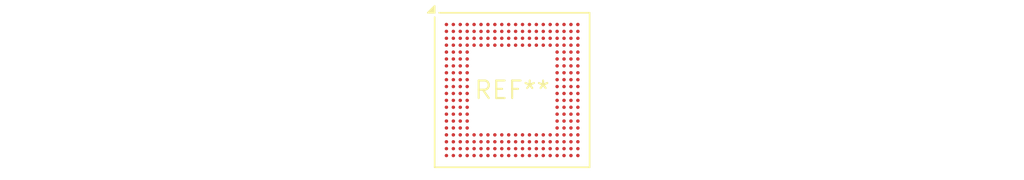
<source format=kicad_pcb>
(kicad_pcb (version 20240108) (generator pcbnew)
  (layers (0 "F.Cu" signal) (31 "B.Cu" signal) (34 "B.Paste" user) (35 "F.Paste" user) (36 "B.SilkS" user "B.Silkscreen") (37 "F.SilkS" user "F.Silkscreen") (38 "B.Mask" user) (39 "F.Mask" user) (44 "Edge.Cuts" user))
  (net 0 "")
  (footprint "BGA-256_11.0x11.0mm_Layout20x20_P0.5mm_Ball0.3mm_Pad0.25mm_NSMD" (layer "F.Cu") (at 0 0)
    (property "Reference" "REF**")
    (property "Value" "BGA-256_11.0x11.0mm_Layout20x20_P0.5mm_Ball0.3mm_Pad0.25mm_NSMD")
    (fp_line (start -5.6 -5.28) (end -5.6 5.6) (layer "F.SilkS") (stroke (width 0.12)))
    (fp_line (start -5.6 5.6) (end 5.6 5.6) (layer "F.SilkS") (stroke (width 0.12)))
    (fp_line (start 5.6 -5.6) (end -5.28 -5.6) (layer "F.SilkS") (stroke (width 0.12)))
    (fp_line (start 5.6 5.6) (end 5.6 -5.6) (layer "F.SilkS") (stroke (width 0.12)))
    (fp_poly (pts (xy -5.6 -5.6) (xy -6.1 -5.6) (xy -5.6 -6.1) (xy -5.6 -5.6)) (layer "F.SilkS") (stroke (width 0.12)) (fill solid))
    (pad "A1" smd circle (at -4.75 -4.75) (size 0.25 0.25) (property pad_prop_bga) (layers "F.Cu" "F.Paste" "F.Mask"))
    (pad "A2" smd circle (at -4.25 -4.75) (size 0.25 0.25) (property pad_prop_bga) (layers "F.Cu" "F.Paste" "F.Mask"))
    (pad "A3" smd circle (at -3.75 -4.75) (size 0.25 0.25) (property pad_prop_bga) (layers "F.Cu" "F.Paste" "F.Mask"))
    (pad "A4" smd circle (at -3.25 -4.75) (size 0.25 0.25) (property pad_prop_bga) (layers "F.Cu" "F.Paste" "F.Mask"))
    (pad "A5" smd circle (at -2.75 -4.75) (size 0.25 0.25) (property pad_prop_bga) (layers "F.Cu" "F.Paste" "F.Mask"))
    (pad "A6" smd circle (at -2.25 -4.75) (size 0.25 0.25) (property pad_prop_bga) (layers "F.Cu" "F.Paste" "F.Mask"))
    (pad "A7" smd circle (at -1.75 -4.75) (size 0.25 0.25) (property pad_prop_bga) (layers "F.Cu" "F.Paste" "F.Mask"))
    (pad "A8" smd circle (at -1.25 -4.75) (size 0.25 0.25) (property pad_prop_bga) (layers "F.Cu" "F.Paste" "F.Mask"))
    (pad "A9" smd circle (at -0.75 -4.75) (size 0.25 0.25) (property pad_prop_bga) (layers "F.Cu" "F.Paste" "F.Mask"))
    (pad "A10" smd circle (at -0.25 -4.75) (size 0.25 0.25) (property pad_prop_bga) (layers "F.Cu" "F.Paste" "F.Mask"))
    (pad "A11" smd circle (at 0.25 -4.75) (size 0.25 0.25) (property pad_prop_bga) (layers "F.Cu" "F.Paste" "F.Mask"))
    (pad "A12" smd circle (at 0.75 -4.75) (size 0.25 0.25) (property pad_prop_bga) (layers "F.Cu" "F.Paste" "F.Mask"))
    (pad "A13" smd circle (at 1.25 -4.75) (size 0.25 0.25) (property pad_prop_bga) (layers "F.Cu" "F.Paste" "F.Mask"))
    (pad "A14" smd circle (at 1.75 -4.75) (size 0.25 0.25) (property pad_prop_bga) (layers "F.Cu" "F.Paste" "F.Mask"))
    (pad "A15" smd circle (at 2.25 -4.75) (size 0.25 0.25) (property pad_prop_bga) (layers "F.Cu" "F.Paste" "F.Mask"))
    (pad "A16" smd circle (at 2.75 -4.75) (size 0.25 0.25) (property pad_prop_bga) (layers "F.Cu" "F.Paste" "F.Mask"))
    (pad "A17" smd circle (at 3.25 -4.75) (size 0.25 0.25) (property pad_prop_bga) (layers "F.Cu" "F.Paste" "F.Mask"))
    (pad "A18" smd circle (at 3.75 -4.75) (size 0.25 0.25) (property pad_prop_bga) (layers "F.Cu" "F.Paste" "F.Mask"))
    (pad "A19" smd circle (at 4.25 -4.75) (size 0.25 0.25) (property pad_prop_bga) (layers "F.Cu" "F.Paste" "F.Mask"))
    (pad "A20" smd circle (at 4.75 -4.75) (size 0.25 0.25) (property pad_prop_bga) (layers "F.Cu" "F.Paste" "F.Mask"))
    (pad "B1" smd circle (at -4.75 -4.25) (size 0.25 0.25) (property pad_prop_bga) (layers "F.Cu" "F.Paste" "F.Mask"))
    (pad "B2" smd circle (at -4.25 -4.25) (size 0.25 0.25) (property pad_prop_bga) (layers "F.Cu" "F.Paste" "F.Mask"))
    (pad "B3" smd circle (at -3.75 -4.25) (size 0.25 0.25) (property pad_prop_bga) (layers "F.Cu" "F.Paste" "F.Mask"))
    (pad "B4" smd circle (at -3.25 -4.25) (size 0.25 0.25) (property pad_prop_bga) (layers "F.Cu" "F.Paste" "F.Mask"))
    (pad "B5" smd circle (at -2.75 -4.25) (size 0.25 0.25) (property pad_prop_bga) (layers "F.Cu" "F.Paste" "F.Mask"))
    (pad "B6" smd circle (at -2.25 -4.25) (size 0.25 0.25) (property pad_prop_bga) (layers "F.Cu" "F.Paste" "F.Mask"))
    (pad "B7" smd circle (at -1.75 -4.25) (size 0.25 0.25) (property pad_prop_bga) (layers "F.Cu" "F.Paste" "F.Mask"))
    (pad "B8" smd circle (at -1.25 -4.25) (size 0.25 0.25) (property pad_prop_bga) (layers "F.Cu" "F.Paste" "F.Mask"))
    (pad "B9" smd circle (at -0.75 -4.25) (size 0.25 0.25) (property pad_prop_bga) (layers "F.Cu" "F.Paste" "F.Mask"))
    (pad "B10" smd circle (at -0.25 -4.25) (size 0.25 0.25) (property pad_prop_bga) (layers "F.Cu" "F.Paste" "F.Mask"))
    (pad "B11" smd circle (at 0.25 -4.25) (size 0.25 0.25) (property pad_prop_bga) (layers "F.Cu" "F.Paste" "F.Mask"))
    (pad "B12" smd circle (at 0.75 -4.25) (size 0.25 0.25) (property pad_prop_bga) (layers "F.Cu" "F.Paste" "F.Mask"))
    (pad "B13" smd circle (at 1.25 -4.25) (size 0.25 0.25) (property pad_prop_bga) (layers "F.Cu" "F.Paste" "F.Mask"))
    (pad "B14" smd circle (at 1.75 -4.25) (size 0.25 0.25) (property pad_prop_bga) (layers "F.Cu" "F.Paste" "F.Mask"))
    (pad "B15" smd circle (at 2.25 -4.25) (size 0.25 0.25) (property pad_prop_bga) (layers "F.Cu" "F.Paste" "F.Mask"))
    (pad "B16" smd circle (at 2.75 -4.25) (size 0.25 0.25) (property pad_prop_bga) (layers "F.Cu" "F.Paste" "F.Mask"))
    (pad "B17" smd circle (at 3.25 -4.25) (size 0.25 0.25) (property pad_prop_bga) (layers "F.Cu" "F.Paste" "F.Mask"))
    (pad "B18" smd circle (at 3.75 -4.25) (size 0.25 0.25) (property pad_prop_bga) (layers "F.Cu" "F.Paste" "F.Mask"))
    (pad "B19" smd circle (at 4.25 -4.25) (size 0.25 0.25) (property pad_prop_bga) (layers "F.Cu" "F.Paste" "F.Mask"))
    (pad "B20" smd circle (at 4.75 -4.25) (size 0.25 0.25) (property pad_prop_bga) (layers "F.Cu" "F.Paste" "F.Mask"))
    (pad "C1" smd circle (at -4.75 -3.75) (size 0.25 0.25) (property pad_prop_bga) (layers "F.Cu" "F.Paste" "F.Mask"))
    (pad "C2" smd circle (at -4.25 -3.75) (size 0.25 0.25) (property pad_prop_bga) (layers "F.Cu" "F.Paste" "F.Mask"))
    (pad "C3" smd circle (at -3.75 -3.75) (size 0.25 0.25) (property pad_prop_bga) (layers "F.Cu" "F.Paste" "F.Mask"))
    (pad "C4" smd circle (at -3.25 -3.75) (size 0.25 0.25) (property pad_prop_bga) (layers "F.Cu" "F.Paste" "F.Mask"))
    (pad "C5" smd circle (at -2.75 -3.75) (size 0.25 0.25) (property pad_prop_bga) (layers "F.Cu" "F.Paste" "F.Mask"))
    (pad "C6" smd circle (at -2.25 -3.75) (size 0.25 0.25) (property pad_prop_bga) (layers "F.Cu" "F.Paste" "F.Mask"))
    (pad "C7" smd circle (at -1.75 -3.75) (size 0.25 0.25) (property pad_prop_bga) (layers "F.Cu" "F.Paste" "F.Mask"))
    (pad "C8" smd circle (at -1.25 -3.75) (size 0.25 0.25) (property pad_prop_bga) (layers "F.Cu" "F.Paste" "F.Mask"))
    (pad "C9" smd circle (at -0.75 -3.75) (size 0.25 0.25) (property pad_prop_bga) (layers "F.Cu" "F.Paste" "F.Mask"))
    (pad "C10" smd circle (at -0.25 -3.75) (size 0.25 0.25) (property pad_prop_bga) (layers "F.Cu" "F.Paste" "F.Mask"))
    (pad "C11" smd circle (at 0.25 -3.75) (size 0.25 0.25) (property pad_prop_bga) (layers "F.Cu" "F.Paste" "F.Mask"))
    (pad "C12" smd circle (at 0.75 -3.75) (size 0.25 0.25) (property pad_prop_bga) (layers "F.Cu" "F.Paste" "F.Mask"))
    (pad "C13" smd circle (at 1.25 -3.75) (size 0.25 0.25) (property pad_prop_bga) (layers "F.Cu" "F.Paste" "F.Mask"))
    (pad "C14" smd circle (at 1.75 -3.75) (size 0.25 0.25) (property pad_prop_bga) (layers "F.Cu" "F.Paste" "F.Mask"))
    (pad "C15" smd circle (at 2.25 -3.75) (size 0.25 0.25) (property pad_prop_bga) (layers "F.Cu" "F.Paste" "F.Mask"))
    (pad "C16" smd circle (at 2.75 -3.75) (size 0.25 0.25) (property pad_prop_bga) (layers "F.Cu" "F.Paste" "F.Mask"))
    (pad "C17" smd circle (at 3.25 -3.75) (size 0.25 0.25) (property pad_prop_bga) (layers "F.Cu" "F.Paste" "F.Mask"))
    (pad "C18" smd circle (at 3.75 -3.75) (size 0.25 0.25) (property pad_prop_bga) (layers "F.Cu" "F.Paste" "F.Mask"))
    (pad "C19" smd circle (at 4.25 -3.75) (size 0.25 0.25) (property pad_prop_bga) (layers "F.Cu" "F.Paste" "F.Mask"))
    (pad "C20" smd circle (at 4.75 -3.75) (size 0.25 0.25) (property pad_prop_bga) (layers "F.Cu" "F.Paste" "F.Mask"))
    (pad "D1" smd circle (at -4.75 -3.25) (size 0.25 0.25) (property pad_prop_bga) (layers "F.Cu" "F.Paste" "F.Mask"))
    (pad "D2" smd circle (at -4.25 -3.25) (size 0.25 0.25) (property pad_prop_bga) (layers "F.Cu" "F.Paste" "F.Mask"))
    (pad "D3" smd circle (at -3.75 -3.25) (size 0.25 0.25) (property pad_prop_bga) (layers "F.Cu" "F.Paste" "F.Mask"))
    (pad "D4" smd circle (at -3.25 -3.25) (size 0.25 0.25) (property pad_prop_bga) (layers "F.Cu" "F.Paste" "F.Mask"))
    (pad "D5" smd circle (at -2.75 -3.25) (size 0.25 0.25) (property pad_prop_bga) (layers "F.Cu" "F.Paste" "F.Mask"))
    (pad "D6" smd circle (at -2.25 -3.25) (size 0.25 0.25) (property pad_prop_bga) (layers "F.Cu" "F.Paste" "F.Mask"))
    (pad "D7" smd circle (at -1.75 -3.25) (size 0.25 0.25) (property pad_prop_bga) (layers "F.Cu" "F.Paste" "F.Mask"))
    (pad "D8" smd circle (at -1.25 -3.25) (size 0.25 0.25) (property pad_prop_bga) (layers "F.Cu" "F.Paste" "F.Mask"))
    (pad "D9" smd circle (at -0.75 -3.25) (size 0.25 0.25) (property pad_prop_bga) (layers "F.Cu" "F.Paste" "F.Mask"))
    (pad "D10" smd circle (at -0.25 -3.25) (size 0.25 0.25) (property pad_prop_bga) (layers "F.Cu" "F.Paste" "F.Mask"))
    (pad "D11" smd circle (at 0.25 -3.25) (size 0.25 0.25) (property pad_prop_bga) (layers "F.Cu" "F.Paste" "F.Mask"))
    (pad "D12" smd circle (at 0.75 -3.25) (size 0.25 0.25) (property pad_prop_bga) (layers "F.Cu" "F.Paste" "F.Mask"))
    (pad "D13" smd circle (at 1.25 -3.25) (size 0.25 0.25) (property pad_prop_bga) (layers "F.Cu" "F.Paste" "F.Mask"))
    (pad "D14" smd circle (at 1.75 -3.25) (size 0.25 0.25) (property pad_prop_bga) (layers "F.Cu" "F.Paste" "F.Mask"))
    (pad "D15" smd circle (at 2.25 -3.25) (size 0.25 0.25) (property pad_prop_bga) (layers "F.Cu" "F.Paste" "F.Mask"))
    (pad "D16" smd circle (at 2.75 -3.25) (size 0.25 0.25) (property pad_prop_bga) (layers "F.Cu" "F.Paste" "F.Mask"))
    (pad "D17" smd circle (at 3.25 -3.25) (size 0.25 0.25) (property pad_prop_bga) (layers "F.Cu" "F.Paste" "F.Mask"))
    (pad "D18" smd circle (at 3.75 -3.25) (size 0.25 0.25) (property pad_prop_bga) (layers "F.Cu" "F.Paste" "F.Mask"))
    (pad "D19" smd circle (at 4.25 -3.25) (size 0.25 0.25) (property pad_prop_bga) (layers "F.Cu" "F.Paste" "F.Mask"))
    (pad "D20" smd circle (at 4.75 -3.25) (size 0.25 0.25) (property pad_prop_bga) (layers "F.Cu" "F.Paste" "F.Mask"))
    (pad "E1" smd circle (at -4.75 -2.75) (size 0.25 0.25) (property pad_prop_bga) (layers "F.Cu" "F.Paste" "F.Mask"))
    (pad "E2" smd circle (at -4.25 -2.75) (size 0.25 0.25) (property pad_prop_bga) (layers "F.Cu" "F.Paste" "F.Mask"))
    (pad "E3" smd circle (at -3.75 -2.75) (size 0.25 0.25) (property pad_prop_bga) (layers "F.Cu" "F.Paste" "F.Mask"))
    (pad "E4" smd circle (at -3.25 -2.75) (size 0.25 0.25) (property pad_prop_bga) (layers "F.Cu" "F.Paste" "F.Mask"))
    (pad "E17" smd circle (at 3.25 -2.75) (size 0.25 0.25) (property pad_prop_bga) (layers "F.Cu" "F.Paste" "F.Mask"))
    (pad "E18" smd circle (at 3.75 -2.75) (size 0.25 0.25) (property pad_prop_bga) (layers "F.Cu" "F.Paste" "F.Mask"))
    (pad "E19" smd circle (at 4.25 -2.75) (size 0.25 0.25) (property pad_prop_bga) (layers "F.Cu" "F.Paste" "F.Mask"))
    (pad "E20" smd circle (at 4.75 -2.75) (size 0.25 0.25) (property pad_prop_bga) (layers "F.Cu" "F.Paste" "F.Mask"))
    (pad "F1" smd circle (at -4.75 -2.25) (size 0.25 0.25) (property pad_prop_bga) (layers "F.Cu" "F.Paste" "F.Mask"))
    (pad "F2" smd circle (at -4.25 -2.25) (size 0.25 0.25) (property pad_prop_bga) (layers "F.Cu" "F.Paste" "F.Mask"))
    (pad "F3" smd circle (at -3.75 -2.25) (size 0.25 0.25) (property pad_prop_bga) (layers "F.Cu" "F.Paste" "F.Mask"))
    (pad "F4" smd circle (at -3.25 -2.25) (size 0.25 0.25) (property pad_prop_bga) (layers "F.Cu" "F.Paste" "F.Mask"))
    (pad "F17" smd circle (at 3.25 -2.25) (size 0.25 0.25) (property pad_prop_bga) (layers "F.Cu" "F.Paste" "F.Mask"))
    (pad "F18" smd circle (at 3.75 -2.25) (size 0.25 0.25) (property pad_prop_bga) (layers "F.Cu" "F.Paste" "F.Mask"))
    (pad "F19" smd circle (at 4.25 -2.25) (size 0.25 0.25) (property pad_prop_bga) (layers "F.Cu" "F.Paste" "F.Mask"))
    (pad "F20" smd circle (at 4.75 -2.25) (size 0.25 0.25) (property pad_prop_bga) (layers "F.Cu" "F.Paste" "F.Mask"))
    (pad "G1" smd circle (at -4.75 -1.75) (size 0.25 0.25) (property pad_prop_bga) (layers "F.Cu" "F.Paste" "F.Mask"))
    (pad "G2" smd circle (at -4.25 -1.75) (size 0.25 0.25) (property pad_prop_bga) (layers "F.Cu" "F.Paste" "F.Mask"))
    (pad "G3" smd circle (at -3.75 -1.75) (size 0.25 0.25) (property pad_prop_bga) (layers "F.Cu" "F.Paste" "F.Mask"))
    (pad "G4" smd circle (at -3.25 -1.75) (size 0.25 0.25) (property pad_prop_bga) (layers "F.Cu" "F.Paste" "F.Mask"))
    (pad "G17" smd circle (at 3.25 -1.75) (size 0.25 0.25) (property pad_prop_bga) (layers "F.Cu" "F.Paste" "F.Mask"))
    (pad "G18" smd circle (at 3.75 -1.75) (size 0.25 0.25) (property pad_prop_bga) (layers "F.Cu" "F.Paste" "F.Mask"))
    (pad "G19" smd circle (at 4.25 -1.75) (size 0.25 0.25) (property pad_prop_bga) (layers "F.Cu" "F.Paste" "F.Mask"))
    (pad "G20" smd circle (at 4.75 -1.75) (size 0.25 0.25) (property pad_prop_bga) (layers "F.Cu" "F.Paste" "F.Mask"))
    (pad "H1" smd circle (at -4.75 -1.25) (size 0.25 0.25) (property pad_prop_bga) (layers "F.Cu" "F.Paste" "F.Mask"))
    (pad "H2" smd circle (at -4.25 -1.25) (size 0.25 0.25) (property pad_prop_bga) (layers "F.Cu" "F.Paste" "F.Mask"))
    (pad "H3" smd circle (at -3.75 -1.25) (size 0.25 0.25) (property pad_prop_bga) (layers "F.Cu" "F.Paste" "F.Mask"))
    (pad "H4" smd circle (at -3.25 -1.25) (size 0.25 0.25) (property pad_prop_bga) (layers "F.Cu" "F.Paste" "F.Mask"))
    (pad "H17" smd circle (at 3.25 -1.25) (size 0.25 0.25) (property pad_prop_bga) (layers "F.Cu" "F.Paste" "F.Mask"))
    (pad "H18" smd circle (at 3.75 -1.25) (size 0.25 0.25) (property pad_prop_bga) (layers "F.Cu" "F.Paste" "F.Mask"))
    (pad "H19" smd circle (at 4.25 -1.25) (size 0.25 0.25) (property pad_prop_bga) (layers "F.Cu" "F.Paste" "F.Mask"))
    (pad "H20" smd circle (at 4.75 -1.25) (size 0.25 0.25) (property pad_prop_bga) (layers "F.Cu" "F.Paste" "F.Mask"))
    (pad "J1" smd circle (at -4.75 -0.75) (size 0.25 0.25) (property pad_prop_bga) (layers "F.Cu" "F.Paste" "F.Mask"))
    (pad "J2" smd circle (at -4.25 -0.75) (size 0.25 0.25) (property pad_prop_bga) (layers "F.Cu" "F.Paste" "F.Mask"))
    (pad "J3" smd circle (at -3.75 -0.75) (size 0.25 0.25) (property pad_prop_bga) (layers "F.Cu" "F.Paste" "F.Mask"))
    (pad "J4" smd circle (at -3.25 -0.75) (size 0.25 0.25) (property pad_prop_bga) (layers "F.Cu" "F.Paste" "F.Mask"))
    (pad "J17" smd circle (at 3.25 -0.75) (size 0.25 0.25) (property pad_prop_bga) (layers "F.Cu" "F.Paste" "F.Mask"))
    (pad "J18" smd circle (at 3.75 -0.75) (size 0.25 0.25) (property pad_prop_bga) (layers "F.Cu" "F.Paste" "F.Mask"))
    (pad "J19" smd circle (at 4.25 -0.75) (size 0.25 0.25) (property pad_prop_bga) (layers "F.Cu" "F.Paste" "F.Mask"))
    (pad "J20" smd circle (at 4.75 -0.75) (size 0.25 0.25) (property pad_prop_bga) (layers "F.Cu" "F.Paste" "F.Mask"))
    (pad "K1" smd circle (at -4.75 -0.25) (size 0.25 0.25) (property pad_prop_bga) (layers "F.Cu" "F.Paste" "F.Mask"))
    (pad "K2" smd circle (at -4.25 -0.25) (size 0.25 0.25) (property pad_prop_bga) (layers "F.Cu" "F.Paste" "F.Mask"))
    (pad "K3" smd circle (at -3.75 -0.25) (size 0.25 0.25) (property pad_prop_bga) (layers "F.Cu" "F.Paste" "F.Mask"))
    (pad "K4" smd circle (at -3.25 -0.25) (size 0.25 0.25) (property pad_prop_bga) (layers "F.Cu" "F.Paste" "F.Mask"))
    (pad "K17" smd circle (at 3.25 -0.25) (size 0.25 0.25) (property pad_prop_bga) (layers "F.Cu" "F.Paste" "F.Mask"))
    (pad "K18" smd circle (at 3.75 -0.25) (size 0.25 0.25) (property pad_prop_bga) (layers "F.Cu" "F.Paste" "F.Mask"))
    (pad "K19" smd circle (at 4.25 -0.25) (size 0.25 0.25) (property pad_prop_bga) (layers "F.Cu" "F.Paste" "F.Mask"))
    (pad "K20" smd circle (at 4.75 -0.25) (size 0.25 0.25) (property pad_prop_bga) (layers "F.Cu" "F.Paste" "F.Mask"))
    (pad "L1" smd circle (at -4.75 0.25) (size 0.25 0.25) (property pad_prop_bga) (layers "F.Cu" "F.Paste" "F.Mask"))
    (pad "L2" smd circle (at -4.25 0.25) (size 0.25 0.25) (property pad_prop_bga) (layers "F.Cu" "F.Paste" "F.Mask"))
    (pad "L3" smd circle (at -3.75 0.25) (size 0.25 0.25) (property pad_prop_bga) (layers "F.Cu" "F.Paste" "F.Mask"))
    (pad "L4" smd circle (at -3.25 0.25) (size 0.25 0.25) (property pad_prop_bga) (layers "F.Cu" "F.Paste" "F.Mask"))
    (pad "L17" smd circle (at 3.25 0.25) (size 0.25 0.25) (property pad_prop_bga) (layers "F.Cu" "F.Paste" "F.Mask"))
    (pad "L18" smd circle (at 3.75 0.25) (size 0.25 0.25) (property pad_prop_bga) (layers "F.Cu" "F.Paste" "F.Mask"))
    (pad "L19" smd circle (at 4.25 0.25) (size 0.25 0.25) (property pad_prop_bga) (layers "F.Cu" "F.Paste" "F.Mask"))
    (pad "L20" smd circle (at 4.75 0.25) (size 0.25 0.25) (property pad_prop_bga) (layers "F.Cu" "F.Paste" "F.Mask"))
    (pad "M1" smd circle (at -4.75 0.75) (size 0.25 0.25) (property pad_prop_bga) (layers "F.Cu" "F.Paste" "F.Mask"))
    (pad "M2" smd circle (at -4.25 0.75) (size 0.25 0.25) (property pad_prop_bga) (layers "F.Cu" "F.Paste" "F.Mask"))
    (pad "M3" smd circle (at -3.75 0.75) (size 0.25 0.25) (property pad_prop_bga) (layers "F.Cu" "F.Paste" "F.Mask"))
    (pad "M4" smd circle (at -3.25 0.75) (size 0.25 0.25) (property pad_prop_bga) (layers "F.Cu" "F.Paste" "F.Mask"))
    (pad "M17" smd circle (at 3.25 0.75) (size 0.25 0.25) (property pad_prop_bga) (layers "F.Cu" "F.Paste" "F.Mask"))
    (pad "M18" smd circle (at 3.75 0.75) (size 0.25 0.25) (property pad_prop_bga) (layers "F.Cu" "F.Paste" "F.Mask"))
    (pad "M19" smd circle (at 4.25 0.75) (size 0.25 0.25) (property pad_prop_bga) (layers "F.Cu" "F.Paste" "F.Mask"))
    (pad "M20" smd circle (at 4.75 0.75) (size 0.25 0.25) (property pad_prop_bga) (layers "F.Cu" "F.Paste" "F.Mask"))
    (pad "N1" smd circle (at -4.75 1.25) (size 0.25 0.25) (property pad_prop_bga) (layers "F.Cu" "F.Paste" "F.Mask"))
    (pad "N2" smd circle (at -4.25 1.25) (size 0.25 0.25) (property pad_prop_bga) (layers "F.Cu" "F.Paste" "F.Mask"))
    (pad "N3" smd circle (at -3.75 1.25) (size 0.25 0.25) (property pad_prop_bga) (layers "F.Cu" "F.Paste" "F.Mask"))
    (pad "N4" smd circle (at -3.25 1.25) (size 0.25 0.25) (property pad_prop_bga) (layers "F.Cu" "F.Paste" "F.Mask"))
    (pad "N17" smd circle (at 3.25 1.25) (size 0.25 0.25) (property pad_prop_bga) (layers "F.Cu" "F.Paste" "F.Mask"))
    (pad "N18" smd circle (at 3.75 1.25) (size 0.25 0.25) (property pad_prop_bga) (layers "F.Cu" "F.Paste" "F.Mask"))
    (pad "N19" smd circle (at 4.25 1.25) (size 0.25 0.25) (property pad_prop_bga) (layers "F.Cu" "F.Paste" "F.Mask"))
    (pad "N20" smd circle (at 4.75 1.25) (size 0.25 0.25) (property pad_prop_bga) (layers "F.Cu" "F.Paste" "F.Mask"))
    (pad "P1" smd circle (at -4.75 1.75) (size 0.25 0.25) (property pad_prop_bga) (layers "F.Cu" "F.Paste" "F.Mask"))
    (pad "P2" smd circle (at -4.25 1.75) (size 0.25 0.25) (property pad_prop_bga) (layers "F.Cu" "F.Paste" "F.Mask"))
    (pad "P3" smd circle (at -3.75 1.75) (size 0.25 0.25) (property pad_prop_bga) (layers "F.Cu" "F.Paste" "F.Mask"))
    (pad "P4" smd circle (at -3.25 1.75) (size 0.25 0.25) (property pad_prop_bga) (layers "F.Cu" "F.Paste" "F.Mask"))
    (pad "P17" smd circle (at 3.25 1.75) (size 0.25 0.25) (property pad_prop_bga) (layers "F.Cu" "F.Paste" "F.Mask"))
    (pad "P18" smd circle (at 3.75 1.75) (size 0.25 0.25) (property pad_prop_bga) (layers "F.Cu" "F.Paste" "F.Mask"))
    (pad "P19" smd circle (at 4.25 1.75) (size 0.25 0.25) (property pad_prop_bga) (layers "F.Cu" "F.Paste" "F.Mask"))
    (pad "P20" smd circle (at 4.75 1.75) (size 0.25 0.25) (property pad_prop_bga) (layers "F.Cu" "F.Paste" "F.Mask"))
    (pad "R1" smd circle (at -4.75 2.25) (size 0.25 0.25) (property pad_prop_bga) (layers "F.Cu" "F.Paste" "F.Mask"))
    (pad "R2" smd circle (at -4.25 2.25) (size 0.25 0.25) (property pad_prop_bga) (layers "F.Cu" "F.Paste" "F.Mask"))
    (pad "R3" smd circle (at -3.75 2.25) (size 0.25 0.25) (property pad_prop_bga) (layers "F.Cu" "F.Paste" "F.Mask"))
    (pad "R4" smd circle (at -3.25 2.25) (size 0.25 0.25) (property pad_prop_bga) (layers "F.Cu" "F.Paste" "F.Mask"))
    (pad "R17" smd circle (at 3.25 2.25) (size 0.25 0.25) (property pad_prop_bga) (layers "F.Cu" "F.Paste" "F.Mask"))
    (pad "R18" smd circle (at 3.75 2.25) (size 0.25 0.25) (property pad_prop_bga) (layers "F.Cu" "F.Paste" "F.Mask"))
    (pad "R19" smd circle (at 4.25 2.25) (size 0.25 0.25) (property pad_prop_bga) (layers "F.Cu" "F.Paste" "F.Mask"))
    (pad "R20" smd circle (at 4.75 2.25) (size 0.25 0.25) (property pad_prop_bga) (layers "F.Cu" "F.Paste" "F.Mask"))
    (pad "T1" smd circle (at -4.75 2.75) (size 0.25 0.25) (property pad_prop_bga) (layers "F.Cu" "F.Paste" "F.Mask"))
    (pad "T2" smd circle (at -4.25 2.75) (size 0.25 0.25) (property pad_prop_bga) (layers "F.Cu" "F.Paste" "F.Mask"))
    (pad "T3" smd circle (at -3.75 2.75) (size 0.25 0.25) (property pad_prop_bga) (layers "F.Cu" "F.Paste" "F.Mask"))
    (pad "T4" smd circle (at -3.25 2.75) (size 0.25 0.25) (property pad_prop_bga) (layers "F.Cu" "F.Paste" "F.Mask"))
    (pad "T17" smd circle (at 3.25 2.75) (size 0.25 0.25) (property pad_prop_bga) (layers "F.Cu" "F.Paste" "F.Mask"))
    (pad "T18" smd circle (at 3.75 2.75) (size 0.25 0.25) (property pad_prop_bga) (layers "F.Cu" "F.Paste" "F.Mask"))
    (pad "T19" smd circle (at 4.25 2.75) (size 0.25 0.25) (property pad_prop_bga) (layers "F.Cu" "F.Paste" "F.Mask"))
    (pad "T20" smd circle (at 4.75 2.75) (size 0.25 0.25) (property pad_prop_bga) (layers "F.Cu" "F.Paste" "F.Mask"))
    (pad "U1" smd circle (at -4.75 3.25) (size 0.25 0.25) (property pad_prop_bga) (layers "F.Cu" "F.Paste" "F.Mask"))
    (pad "U2" smd circle (at -4.25 3.25) (size 0.25 0.25) (property pad_prop_bga) (layers "F.Cu" "F.Paste" "F.Mask"))
    (pad "U3" smd circle (at -3.75 3.25) (size 0.25 0.25) (property pad_prop_bga) (layers "F.Cu" "F.Paste" "F.Mask"))
    (pad "U4" smd circle (at -3.25 3.25) (size 0.25 0.25) (property pad_prop_bga) (layers "F.Cu" "F.Paste" "F.Mask"))
    (pad "U5" smd circle (at -2.75 3.25) (size 0.25 0.25) (property pad_prop_bga) (layers "F.Cu" "F.Paste" "F.Mask"))
    (pad "U6" smd circle (at -2.25 3.25) (size 0.25 0.25) (property pad_prop_bga) (layers "F.Cu" "F.Paste" "F.Mask"))
    (pad "U7" smd circle (at -1.75 3.25) (size 0.25 0.25) (property pad_prop_bga) (layers "F.Cu" "F.Paste" "F.Mask"))
    (pad "U8" smd circle (at -1.25 3.25) (size 0.25 0.25) (property pad_prop_bga) (layers "F.Cu" "F.Paste" "F.Mask"))
    (pad "U9" smd circle (at -0.75 3.25) (size 0.25 0.25) (property pad_prop_bga) (layers "F.Cu" "F.Paste" "F.Mask"))
    (pad "U10" smd circle (at -0.25 3.25) (size 0.25 0.25) (property pad_prop_bga) (layers "F.Cu" "F.Paste" "F.Mask"))
    (pad "U11" smd circle (at 0.25 3.25) (size 0.25 0.25) (property pad_prop_bga) (layers "F.Cu" "F.Paste" "F.Mask"))
    (pad "U12" smd circle (at 0.75 3.25) (size 0.25 0.25) (property pad_prop_bga) (layers "F.Cu" "F.Paste" "F.Mask"))
    (pad "U13" smd circle (at 1.25 3.25) (size 0.25 0.25) (property pad_prop_bga) (layers "F.Cu" "F.Paste" "F.Mask"))
    (pad "U14" smd circle (at 1.75 3.25) (size 0.25 0.25) (property pad_prop_bga) (layers "F.Cu" "F.Paste" "F.Mask"))
    (pad "U15" smd circle (at 2.25 3.25) (size 0.25 0.25) (property pad_prop_bga) (layers "F.Cu" "F.Paste" "F.Mask"))
    (pad "U16" smd circle (at 2.75 3.25) (size 0.25 0.25) (property pad_prop_bga) (layers "F.Cu" "F.Paste" "F.Mask"))
    (pad "U17" smd circle (at 3.25 3.25) (size 0.25 0.25) (property pad_prop_bga) (layers "F.Cu" "F.Paste" "F.Mask"))
    (pad "U18" smd circle (at 3.75 3.25) (size 0.25 0.25) (property pad_prop_bga) (layers "F.Cu" "F.Paste" "F.Mask"))
    (pad "U19" smd circle (at 4.25 3.25) (size 0.25 0.25) (property pad_prop_bga) (layers "F.Cu" "F.Paste" "F.Mask"))
    (pad "U20" smd circle (at 4.75 3.25) (size 0.25 0.25) (property pad_prop_bga) (layers "F.Cu" "F.Paste" "F.Mask"))
    (pad "V1" smd circle (at -4.75 3.75) (size 0.25 0.25) (property pad_prop_bga) (layers "F.Cu" "F.Paste" "F.Mask"))
    (pad "V2" smd circle (at -4.25 3.75) (size 0.25 0.25) (property pad_prop_bga) (layers "F.Cu" "F.Paste" "F.Mask"))
    (pad "V3" smd circle (at -3.75 3.75) (size 0.25 0.25) (property pad_prop_bga) (layers "F.Cu" "F.Paste" "F.Mask"))
    (pad "V4" smd circle (at -3.25 3.75) (size 0.25 0.25) (property pad_prop_bga) (layers "F.Cu" "F.Paste" "F.Mask"))
    (pad "V5" smd circle (at -2.75 3.75) (size 0.25 0.25) (property pad_prop_bga) (layers "F.Cu" "F.Paste" "F.Mask"))
    (pad "V6" smd circle (at -2.25 3.75) (size 0.25 0.25) (property pad_prop_bga) (layers "F.Cu" "F.Paste" "F.Mask"))
    (pad "V7" smd circle (at -1.75 3.75) (size 0.25 0.25) (property pad_prop_bga) (layers "F.Cu" "F.Paste" "F.Mask"))
    (pad "V8" smd circle (at -1.25 3.75) (size 0.25 0.25) (property pad_prop_bga) (layers "F.Cu" "F.Paste" "F.Mask"))
    (pad "V9" smd circle (at -0.75 3.75) (size 0.25 0.25) (property pad_prop_bga) (layers "F.Cu" "F.Paste" "F.Mask"))
    (pad "V10" smd circle (at -0.25 3.75) (size 0.25 0.25) (property pad_prop_bga) (layers "F.Cu" "F.Paste" "F.Mask"))
    (pad "V11" smd circle (at 0.25 3.75) (size 0.25 0.25) (property pad_prop_bga) (layers "F.Cu" "F.Paste" "F.Mask"))
    (pad "V12" smd circle (at 0.75 3.75) (size 0.25 0.25) (property pad_prop_bga) (layers "F.Cu" "F.Paste" "F.Mask"))
    (pad "V13" smd circle (at 1.25 3.75) (size 0.25 0.25) (property pad_prop_bga) (layers "F.Cu" "F.Paste" "F.Mask"))
    (pad "V14" smd circle (at 1.75 3.75) (size 0.25 0.25) (property pad_prop_bga) (layers "F.Cu" "F.Paste" "F.Mask"))
    (pad "V15" smd circle (at 2.25 3.75) (size 0.25 0.25) (property pad_prop_bga) (layers "F.Cu" "F.Paste" "F.Mask"))
    (pad "V16" smd circle (at 2.75 3.75) (size 0.25 0.25) (property pad_prop_bga) (layers "F.Cu" "F.Paste" "F.Mask"))
    (pad "V17" smd circle (at 3.25 3.75) (size 0.25 0.25) (property pad_prop_bga) (layers "F.Cu" "F.Paste" "F.Mask"))
    (pad "V18" smd circle (at 3.75 3.75) (size 0.25 0.25) (property pad_prop_bga) (layers "F.Cu" "F.Paste" "F.Mask"))
    (pad "V19" smd circle (at 4.25 3.75) (size 0.25 0.25) (property pad_prop_bga) (layers "F.Cu" "F.Paste" "F.Mask"))
    (pad "V20" smd circle (at 4.75 3.75) (size 0.25 0.25) (property pad_prop_bga) (layers "F.Cu" "F.Paste" "F.Mask"))
    (pad "W1" smd circle (at -4.75 4.25) (size 0.25 0.25) (property pad_prop_bga) (layers "F.Cu" "F.Paste" "F.Mask"))
    (pad "W2" smd circle (at -4.25 4.25) (size 0.25 0.25) (property pad_prop_bga) (layers "F.Cu" "F.Paste" "F.Mask"))
    (pad "W3" smd circle (at -3.75 4.25) (size 0.25 0.25) (property pad_prop_bga) (layers "F.Cu" "F.Paste" "F.Mask"))
    (pad "W4" smd circle (at -3.25 4.25) (size 0.25 0.25) (property pad_prop_bga) (layers "F.Cu" "F.Paste" "F.Mask"))
    (pad "W5" smd circle (at -2.75 4.25) (size 0.25 0.25) (property pad_prop_bga) (layers "F.Cu" "F.Paste" "F.Mask"))
    (pad "W6" smd circle (at -2.25 4.25) (size 0.25 0.25) (property pad_prop_bga) (layers "F.Cu" "F.Paste" "F.Mask"))
    (pad "W7" smd circle (at -1.75 4.25) (size 0.25 0.25) (property pad_prop_bga) (layers "F.Cu" "F.Paste" "F.Mask"))
    (pad "W8" smd circle (at -1.25 4.25) (size 0.25 0.25) (property pad_prop_bga) (layers "F.Cu" "F.Paste" "F.Mask"))
    (pad "W9" smd circle (at -0.75 4.25) (size 0.25 0.25) (property pad_prop_bga) (layers "F.Cu" "F.Paste" "F.Mask"))
    (pad "W10" smd circle (at -0.25 4.25) (size 0.25 0.25) (property pad_prop_bga) (layers "F.Cu" "F.Paste" "F.Mask"))
    (pad "W11" smd circle (at 0.25 4.25) (size 0.25 0.25) (property pad_prop_bga) (layers "F.Cu" "F.Paste" "F.Mask"))
    (pad "W12" smd circle (at 0.75 4.25) (size 0.25 0.25) (property pad_prop_bga) (layers "F.Cu" "F.Paste" "F.Mask"))
    (pad "W13" smd circle (at 1.25 4.25) (size 0.25 0.25) (property pad_prop_bga) (layers "F.Cu" "F.Paste" "F.Mask"))
    (pad "W14" smd circle (at 1.75 4.25) (size 0.25 0.25) (property pad_prop_bga) (layers "F.Cu" "F.Paste" "F.Mask"))
    (pad "W15" smd circle (at 2.25 4.25) (size 0.25 0.25) (property pad_prop_bga) (layers "F.Cu" "F.Paste" "F.Mask"))
    (pad "W16" smd circle (at 2.75 4.25) (size 0.25 0.25) (property pad_prop_bga) (layers "F.Cu" "F.Paste" "F.Mask"))
    (pad "W17" smd circle (at 3.25 4.25) (size 0.25 0.25) (property pad_prop_bga) (layers "F.Cu" "F.Paste" "F.Mask"))
    (pad "W18" smd circle (at 3.75 4.25) (size 0.25 0.25) (property pad_prop_bga) (layers "F.Cu" "F.Paste" "F.Mask"))
    (pad "W19" smd circle (at 4.25 4.25) (size 0.25 0.25) (property pad_prop_bga) (layers "F.Cu" "F.Paste" "F.Mask"))
    (pad "W20" smd circle (at 4.75 4.25) (size 0.25 0.25) (property pad_prop_bga) (layers "F.Cu" "F.Paste" "F.Mask"))
    (pad "Y1" smd circle (at -4.75 4.75) (size 0.25 0.25) (property pad_prop_bga) (layers "F.Cu" "F.Paste" "F.Mask"))
    (pad "Y2" smd circle (at -4.25 4.75) (size 0.25 0.25) (property pad_prop_bga) (layers "F.Cu" "F.Paste" "F.Mask"))
    (pad "Y3" smd circle (at -3.75 4.75) (size 0.25 0.25) (property pad_prop_bga) (layers "F.Cu" "F.Paste" "F.Mask"))
    (pad "Y4" smd circle (at -3.25 4.75) (size 0.25 0.25) (property pad_prop_bga) (layers "F.Cu" "F.Paste" "F.Mask"))
    (pad "Y5" smd circle (at -2.75 4.75) (size 0.25 0.25) (property pad_prop_bga) (layers "F.Cu" "F.Paste" "F.Mask"))
    (pad "Y6" smd circle (at -2.25 4.75) (size 0.25 0.25) (property pad_prop_bga) (layers "F.Cu" "F.Paste" "F.Mask"))
    (pad "Y7" smd circle (at -1.75 4.75) (size 0.25 0.25) (property pad_prop_bga) (layers "F.Cu" "F.Paste" "F.Mask"))
    (pad "Y8" smd circle (at -1.25 4.75) (size 0.25 0.25) (property pad_prop_bga) (layers "F.Cu" "F.Paste" "F.Mask"))
    (pad "Y9" smd circle (at -0.75 4.75) (size 0.25 0.25) (property pad_prop_bga) (layers "F.Cu" "F.Paste" "F.Mask"))
    (pad "Y10" smd circle (at -0.25 4.75) (size 0.25 0.25) (property pad_prop_bga) (layers "F.Cu" "F.Paste" "F.Mask"))
    (pad "Y11" smd circle (at 0.25 4.75) (size 0.25 0.25) (property pad_prop_bga) (layers "F.Cu" "F.Paste" "F.Mask"))
    (pad "Y12" smd circle (at 0.75 4.75) (size 0.25 0.25) (property pad_prop_bga) (layers "F.Cu" "F.Paste" "F.Mask"))
    (pad "Y13" smd circle (at 1.25 4.75) (size 0.25 0.25) (property pad_prop_bga) (layers "F.Cu" "F.Paste" "F.Mask"))
    (pad "Y14" smd circle (at 1.75 4.75) (size 0.25 0.25) (property pad_prop_bga) (layers "F.Cu" "F.Paste" "F.Mask"))
    (pad "Y15" smd circle (at 2.25 4.75) (size 0.25 0.25) (property pad_prop_bga) (layers "F.Cu" "F.Paste" "F.Mask"))
    (pad "Y16" smd circle (at 2.75 4.75) (size 0.25 0.25) (property pad_prop_bga) (layers "F.Cu" "F.Paste" "F.Mask"))
    (pad "Y17" smd circle (at 3.25 4.75) (size 0.25 0.25) (property pad_prop_bga) (layers "F.Cu" "F.Paste" "F.Mask"))
    (pad "Y18" smd circle (at 3.75 4.75) (size 0.25 0.25) (property pad_prop_bga) (layers "F.Cu" "F.Paste" "F.Mask"))
    (pad "Y19" smd circle (at 4.25 4.75) (size 0.25 0.25) (property pad_prop_bga) (layers "F.Cu" "F.Paste" "F.Mask"))
    (pad "Y20" smd circle (at 4.75 4.75) (size 0.25 0.25) (property pad_prop_bga) (layers "F.Cu" "F.Paste" "F.Mask"))
  )
)
</source>
